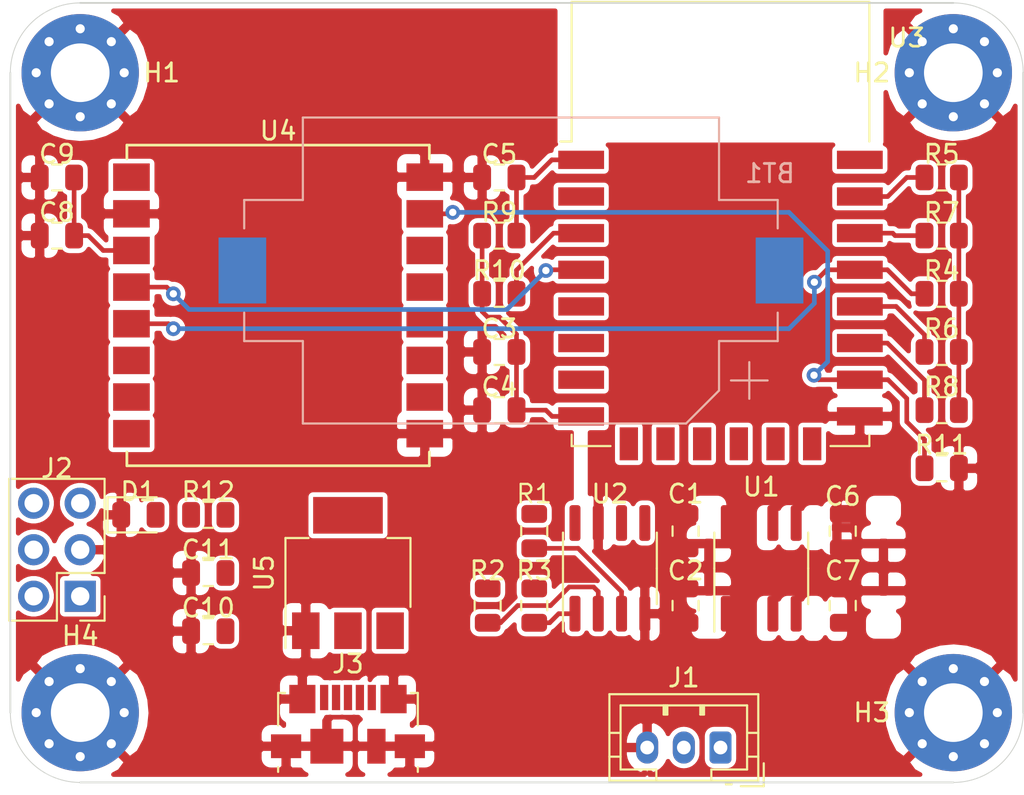
<source format=kicad_pcb>
(kicad_pcb (version 20171130) (host pcbnew 5.1.5-52549c5~86~ubuntu19.10.1)
  (layers (0 F.Cu signal) (31 B.Cu signal) (34 B.Paste user) (35 F.Paste user) (36 B.SilkS user) (37 F.SilkS user) (38 B.Mask user) (39 F.Mask user) (44 Edge.Cuts user))
  (net 0 "")
  (net 1 "Net-(D1-Pad2)")
  (net 2 SCL)
  (net 3 SDA)
  (net 4 +BATT)
  (net 5 GND)
  (net 6 ALARM)
  (net 7 +3V3)
  (net 8 "Net-(R1-Pad2)")
  (net 9 "Net-(R2-Pad2)")
  (net 10 "Net-(R3-Pad2)")
  (net 11 NSS)
  (net 12 DIO0)
  (net 13 PULSES)
  (net 14 MOSI)
  (net 15 MISO)
  (net 16 SCK)
  (net 17 RESET)
  (net 18 RST)
  (net 19 "Net-(R10-Pad2)")
  (net 20 +5V)
  (module Package_SO:SOIC-8_3.9x4.9mm_P1.27mm (layer F.Cu) (at 136.2075 110.236 90)
    (fp_text reference U1 (at 4.445 0 180) (layer F.SilkS))
    (fp_text value DS3231MZ)
    (fp_line (start 0 -2.56) (end -3.45 -2.56) (layer F.SilkS) (width 0.12))
    (fp_line (start 0 -2.56) (end 1.95 -2.56) (layer F.SilkS) (width 0.12))
    (fp_line (start 0 2.56) (end -1.95 2.56) (layer F.SilkS) (width 0.12))
    (fp_line (start 0 2.56) (end 1.95 2.56) (layer F.SilkS) (width 0.12))
    (pad 8 smd roundrect (at 2.475 -1.905 90) (size 1.95 0.6) (layers F.Cu F.Paste F.Mask) (net 2 SCL))
    (pad 7 smd roundrect (at 2.475 -0.635 90) (size 1.95 0.6) (layers F.Cu F.Paste F.Mask) (net 3 SDA))
    (pad 6 smd roundrect (at 2.475 0.635 90) (size 1.95 0.6) (layers F.Cu F.Paste F.Mask) (net 4 +BATT))
    (pad 5 smd roundrect (at 2.475 1.905 90) (size 1.95 0.6) (layers F.Cu F.Paste F.Mask) (net 5 GND))
    (pad 4 smd roundrect (at -2.475 1.905 90) (size 1.95 0.6) (layers F.Cu F.Paste F.Mask))
    (pad 3 smd roundrect (at -2.475 0.635 90) (size 1.95 0.6) (layers F.Cu F.Paste F.Mask) (net 6 ALARM))
    (pad 2 smd roundrect (at -2.475 -0.635 90) (size 1.95 0.6) (layers F.Cu F.Paste F.Mask) (net 7 +3V3))
    (pad 1 smd roundrect (at -2.475 -1.905 90) (size 1.95 0.6) (layers F.Cu F.Paste F.Mask))
  )
  (module Resistor_SMD:R_0805_2012Metric (layer F.Cu) (at 121.285 112.268 270)
    (fp_text reference R2 (at -1.905 0 180) (layer F.SilkS))
    (fp_text value 12K)
    (fp_line (start -0.258578 0.71) (end 0.258578 0.71) (layer F.SilkS) (width 0.12))
    (fp_line (start -0.258578 -0.71) (end 0.258578 -0.71) (layer F.SilkS) (width 0.12))
    (pad 2 smd roundrect (at 0.9375 0 270) (size 0.975 1.4) (layers F.Cu F.Paste F.Mask) (net 9 "Net-(R2-Pad2)"))
    (pad 1 smd roundrect (at -0.9375 0 270) (size 0.975 1.4) (layers F.Cu F.Paste F.Mask) (net 7 +3V3))
  )
  (module Package_TO_SOT_SMD:SOT-223-3_TabPin2 (layer F.Cu) (at 113.665 110.49 90)
    (fp_text reference U5 (at 0 -4.572 90) (layer F.SilkS))
    (fp_text value AMS1117-3.3)
    (fp_line (start 1.91 3.41) (end 1.91 2.15) (layer F.SilkS) (width 0.12))
    (fp_line (start 1.91 -3.41) (end 1.91 -2.15) (layer F.SilkS) (width 0.12))
    (fp_line (start -1.85 3.41) (end 1.91 3.41) (layer F.SilkS) (width 0.12))
    (fp_line (start -4.1 -3.41) (end 1.91 -3.41) (layer F.SilkS) (width 0.12))
    (pad 2 smd rect (at 3.15 0 90) (size 2 3.8) (layers F.Cu F.Paste F.Mask) (net 7 +3V3))
    (pad 2 smd rect (at -3.15 0 90) (size 2 1.5) (layers F.Cu F.Paste F.Mask) (net 7 +3V3))
    (pad 3 smd rect (at -3.15 2.3 90) (size 2 1.5) (layers F.Cu F.Paste F.Mask) (net 20 +5V))
    (pad 1 smd rect (at -3.15 -2.3 90) (size 2 1.5) (layers F.Cu F.Paste F.Mask) (net 5 GND))
  )
  (module Resistor_SMD:R_0805_2012Metric (layer F.Cu) (at 106.045 107.315)
    (fp_text reference R12 (at 0 -1.27) (layer F.SilkS))
    (fp_text value 12K)
    (fp_line (start -0.258578 -0.71) (end 0.258578 -0.71) (layer F.SilkS) (width 0.12))
    (fp_line (start -0.258578 0.71) (end 0.258578 0.71) (layer F.SilkS) (width 0.12))
    (pad 1 smd roundrect (at -0.9375 0) (size 0.975 1.4) (layers F.Cu F.Paste F.Mask) (net 1 "Net-(D1-Pad2)"))
    (pad 2 smd roundrect (at 0.9375 0) (size 0.975 1.4) (layers F.Cu F.Paste F.Mask) (net 7 +3V3))
  )
  (module Capacitor_SMD:C_0805_2012Metric (layer F.Cu) (at 106.045 113.665)
    (fp_text reference C10 (at 0 -1.27) (layer F.SilkS))
    (fp_text value 10u)
    (fp_line (start -0.258578 -0.71) (end 0.258578 -0.71) (layer F.SilkS) (width 0.12))
    (fp_line (start -0.258578 0.71) (end 0.258578 0.71) (layer F.SilkS) (width 0.12))
    (pad 1 smd roundrect (at -0.9375 0) (size 0.975 1.4) (layers F.Cu F.Paste F.Mask) (net 5 GND))
    (pad 2 smd roundrect (at 0.9375 0) (size 0.975 1.4) (layers F.Cu F.Paste F.Mask) (net 20 +5V))
  )
  (module Capacitor_SMD:C_0805_2012Metric (layer F.Cu) (at 106.045 110.49 180)
    (fp_text reference C11 (at 0 1.27) (layer F.SilkS))
    (fp_text value 10u)
    (fp_line (start -0.258578 -0.71) (end 0.258578 -0.71) (layer F.SilkS) (width 0.12))
    (fp_line (start -0.258578 0.71) (end 0.258578 0.71) (layer F.SilkS) (width 0.12))
    (pad 1 smd roundrect (at -0.9375 0 180) (size 0.975 1.4) (layers F.Cu F.Paste F.Mask) (net 7 +3V3))
    (pad 2 smd roundrect (at 0.9375 0 180) (size 0.975 1.4) (layers F.Cu F.Paste F.Mask) (net 5 GND))
  )
  (module LED_SMD:LED_0805_2012Metric (layer F.Cu) (at 102.235 107.315)
    (fp_text reference D1 (at 0 -1.27) (layer F.SilkS))
    (fp_text value LED_Small)
    (fp_line (start 1 -0.96) (end -1.685 -0.96) (layer F.SilkS) (width 0.12))
    (fp_line (start -1.685 -0.96) (end -1.685 0.96) (layer F.SilkS) (width 0.12))
    (fp_line (start -1.685 0.96) (end 1 0.96) (layer F.SilkS) (width 0.12))
    (pad 1 smd roundrect (at -0.9375 0) (size 0.975 1.4) (layers F.Cu F.Paste F.Mask) (net 5 GND))
    (pad 2 smd roundrect (at 0.9375 0) (size 0.975 1.4) (layers F.Cu F.Paste F.Mask) (net 1 "Net-(D1-Pad2)"))
  )
  (module Connector_PinHeader_2.54mm:PinHeader_2x03_P2.54mm_Vertical (layer F.Cu) (at 99.06 111.76 180)
    (fp_text reference J2 (at 1.27 6.985) (layer F.SilkS))
    (fp_text value PROG_CONNECTOR)
    (fp_line (start -1.33 -1.33) (end 0 -1.33) (layer F.SilkS) (width 0.12))
    (fp_line (start -1.33 0) (end -1.33 -1.33) (layer F.SilkS) (width 0.12))
    (fp_line (start 1.27 -1.33) (end 3.87 -1.33) (layer F.SilkS) (width 0.12))
    (fp_line (start 1.27 1.27) (end 1.27 -1.33) (layer F.SilkS) (width 0.12))
    (fp_line (start -1.33 1.27) (end 1.27 1.27) (layer F.SilkS) (width 0.12))
    (fp_line (start 3.87 -1.33) (end 3.87 6.41) (layer F.SilkS) (width 0.12))
    (fp_line (start -1.33 1.27) (end -1.33 6.41) (layer F.SilkS) (width 0.12))
    (fp_line (start -1.33 6.41) (end 3.87 6.41) (layer F.SilkS) (width 0.12))
    (pad 6 thru_hole oval (at 2.54 5.08 180) (size 1.7 1.7) (drill 1) (layers *.Cu *.Mask))
    (pad 5 thru_hole oval (at 0 5.08 180) (size 1.7 1.7) (drill 1) (layers *.Cu *.Mask))
    (pad 4 thru_hole oval (at 2.54 2.54 180) (size 1.7 1.7) (drill 1) (layers *.Cu *.Mask))
    (pad 3 thru_hole oval (at 0 2.54 180) (size 1.7 1.7) (drill 1) (layers *.Cu *.Mask) (net 5 GND))
    (pad 2 thru_hole oval (at 2.54 0 180) (size 1.7 1.7) (drill 1) (layers *.Cu *.Mask))
    (pad 1 thru_hole rect (at 0 0 180) (size 1.7 1.7) (drill 1) (layers *.Cu *.Mask) (net 7 +3V3))
  )
  (module Connector_JST:JST_PH_B3B-PH-K_1x03_P2.00mm_Vertical (layer F.Cu) (at 133.985 120.015 180)
    (fp_text reference J1 (at 2 3.81) (layer F.SilkS))
    (fp_text value PULSES_CONNECTOR)
    (fp_line (start -2.36 -2.11) (end -2.36 -0.86) (layer F.SilkS) (width 0.12))
    (fp_line (start -1.11 -2.11) (end -2.36 -2.11) (layer F.SilkS) (width 0.12))
    (fp_line (start 3 2.3) (end 3 1.8) (layer F.SilkS) (width 0.12))
    (fp_line (start 3.1 1.8) (end 3.1 2.3) (layer F.SilkS) (width 0.12))
    (fp_line (start 2.9 1.8) (end 3.1 1.8) (layer F.SilkS) (width 0.12))
    (fp_line (start 2.9 2.3) (end 2.9 1.8) (layer F.SilkS) (width 0.12))
    (fp_line (start 1 2.3) (end 1 1.8) (layer F.SilkS) (width 0.12))
    (fp_line (start 1.1 1.8) (end 1.1 2.3) (layer F.SilkS) (width 0.12))
    (fp_line (start 0.9 1.8) (end 1.1 1.8) (layer F.SilkS) (width 0.12))
    (fp_line (start 0.9 2.3) (end 0.9 1.8) (layer F.SilkS) (width 0.12))
    (fp_line (start 6.06 0.8) (end 5.45 0.8) (layer F.SilkS) (width 0.12))
    (fp_line (start 6.06 -0.5) (end 5.45 -0.5) (layer F.SilkS) (width 0.12))
    (fp_line (start -2.06 0.8) (end -1.45 0.8) (layer F.SilkS) (width 0.12))
    (fp_line (start -2.06 -0.5) (end -1.45 -0.5) (layer F.SilkS) (width 0.12))
    (fp_line (start 3.5 -1.2) (end 3.5 -1.81) (layer F.SilkS) (width 0.12))
    (fp_line (start 5.45 -1.2) (end 3.5 -1.2) (layer F.SilkS) (width 0.12))
    (fp_line (start 5.45 2.3) (end 5.45 -1.2) (layer F.SilkS) (width 0.12))
    (fp_line (start -1.45 2.3) (end 5.45 2.3) (layer F.SilkS) (width 0.12))
    (fp_line (start -1.45 -1.2) (end -1.45 2.3) (layer F.SilkS) (width 0.12))
    (fp_line (start 0.5 -1.2) (end -1.45 -1.2) (layer F.SilkS) (width 0.12))
    (fp_line (start 0.5 -1.81) (end 0.5 -1.2) (layer F.SilkS) (width 0.12))
    (fp_line (start -0.3 -1.91) (end -0.6 -1.91) (layer F.SilkS) (width 0.12))
    (fp_line (start -0.6 -2.01) (end -0.6 -1.81) (layer F.SilkS) (width 0.12))
    (fp_line (start -0.3 -2.01) (end -0.6 -2.01) (layer F.SilkS) (width 0.12))
    (fp_line (start -0.3 -1.81) (end -0.3 -2.01) (layer F.SilkS) (width 0.12))
    (fp_line (start 6.06 -1.81) (end -2.06 -1.81) (layer F.SilkS) (width 0.12))
    (fp_line (start 6.06 2.91) (end 6.06 -1.81) (layer F.SilkS) (width 0.12))
    (fp_line (start -2.06 2.91) (end 6.06 2.91) (layer F.SilkS) (width 0.12))
    (fp_line (start -2.06 -1.81) (end -2.06 2.91) (layer F.SilkS) (width 0.12))
    (pad 3 thru_hole oval (at 4 0 180) (size 1.2 1.75) (drill 0.75) (layers *.Cu *.Mask) (net 5 GND))
    (pad 2 thru_hole oval (at 2 0 180) (size 1.2 1.75) (drill 0.75) (layers *.Cu *.Mask) (net 13 PULSES))
    (pad 1 thru_hole roundrect (at 0 0 180) (size 1.2 1.75) (drill 0.75) (layers *.Cu *.Mask) (roundrect_rratio 0.208333) (net 7 +3V3))
  )
  (module RF_Module:ESP-12E (layer F.Cu) (at 133.985 91.44)
    (fp_text reference U3 (at 10.16 -10.16) (layer F.SilkS))
    (fp_text value ESP-12E)
    (fp_line (start -8.12 -12.12) (end 8.12 -12.12) (layer F.SilkS) (width 0.12))
    (fp_line (start 8.12 -12.12) (end 8.12 -4.5) (layer F.SilkS) (width 0.12))
    (fp_line (start 8.12 11.5) (end 8.12 12.12) (layer F.SilkS) (width 0.12))
    (fp_line (start 8.12 12.12) (end 6 12.12) (layer F.SilkS) (width 0.12))
    (fp_line (start -6 12.12) (end -8.12 12.12) (layer F.SilkS) (width 0.12))
    (fp_line (start -8.12 12.12) (end -8.12 11.5) (layer F.SilkS) (width 0.12))
    (fp_line (start -8.12 -4.5) (end -8.12 -12.12) (layer F.SilkS) (width 0.12))
    (fp_line (start -8.12 -4.5) (end -8.73 -4.5) (layer F.SilkS) (width 0.12))
    (pad 1 smd rect (at -7.6 -3.5) (size 2.5 1) (layers F.Cu F.Paste F.Mask) (net 18 RST))
    (pad 2 smd rect (at -7.6 -1.5) (size 2.5 1) (layers F.Cu F.Paste F.Mask))
    (pad 3 smd rect (at -7.6 0.5) (size 2.5 1) (layers F.Cu F.Paste F.Mask) (net 19 "Net-(R10-Pad2)"))
    (pad 4 smd rect (at -7.6 2.5) (size 2.5 1) (layers F.Cu F.Paste F.Mask) (net 17 RESET))
    (pad 5 smd rect (at -7.6 4.5) (size 2.5 1) (layers F.Cu F.Paste F.Mask) (net 16 SCK))
    (pad 6 smd rect (at -7.6 6.5) (size 2.5 1) (layers F.Cu F.Paste F.Mask) (net 15 MISO))
    (pad 7 smd rect (at -7.6 8.5) (size 2.5 1) (layers F.Cu F.Paste F.Mask) (net 14 MOSI))
    (pad 8 smd rect (at -7.6 10.5) (size 2.5 1) (layers F.Cu F.Paste F.Mask) (net 7 +3V3))
    (pad 9 smd rect (at -5 12) (size 1 1.8) (layers F.Cu F.Paste F.Mask))
    (pad 10 smd rect (at -3 12) (size 1 1.8) (layers F.Cu F.Paste F.Mask))
    (pad 11 smd rect (at -1 12) (size 1 1.8) (layers F.Cu F.Paste F.Mask))
    (pad 12 smd rect (at 1 12) (size 1 1.8) (layers F.Cu F.Paste F.Mask))
    (pad 13 smd rect (at 3 12) (size 1 1.8) (layers F.Cu F.Paste F.Mask))
    (pad 14 smd rect (at 5 12) (size 1 1.8) (layers F.Cu F.Paste F.Mask))
    (pad 15 smd rect (at 7.6 10.5) (size 2.5 1) (layers F.Cu F.Paste F.Mask) (net 5 GND))
    (pad 16 smd rect (at 7.6 8.5) (size 2.5 1) (layers F.Cu F.Paste F.Mask) (net 11 NSS))
    (pad 17 smd rect (at 7.6 6.5) (size 2.5 1) (layers F.Cu F.Paste F.Mask) (net 3 SDA))
    (pad 18 smd rect (at 7.6 4.5) (size 2.5 1) (layers F.Cu F.Paste F.Mask) (net 13 PULSES))
    (pad 19 smd rect (at 7.6 2.5) (size 2.5 1) (layers F.Cu F.Paste F.Mask) (net 12 DIO0))
    (pad 20 smd rect (at 7.6 0.5) (size 2.5 1) (layers F.Cu F.Paste F.Mask) (net 2 SCL))
    (pad 21 smd rect (at 7.6 -1.5) (size 2.5 1) (layers F.Cu F.Paste F.Mask) (net 6 ALARM))
    (pad 22 smd rect (at 7.6 -3.5) (size 2.5 1) (layers F.Cu F.Paste F.Mask))
  )
  (module Capacitor_SMD:C_0805_2012Metric (layer F.Cu) (at 121.92 88.9 180)
    (fp_text reference C5 (at 0 1.27) (layer F.SilkS))
    (fp_text value 47p)
    (fp_line (start -0.258578 0.71) (end 0.258578 0.71) (layer F.SilkS) (width 0.12))
    (fp_line (start -0.258578 -0.71) (end 0.258578 -0.71) (layer F.SilkS) (width 0.12))
    (pad 2 smd roundrect (at 0.9375 0 180) (size 0.975 1.4) (layers F.Cu F.Paste F.Mask) (net 5 GND))
    (pad 1 smd roundrect (at -0.9375 0 180) (size 0.975 1.4) (layers F.Cu F.Paste F.Mask) (net 18 RST))
  )
  (module RF_Module:Ai-Thinker-Ra-01-LoRa (layer F.Cu) (at 109.855 95.885)
    (fp_text reference U4 (at 0 -9.525) (layer F.SilkS))
    (fp_text value Ai-Thinker-Ra-01)
    (fp_line (start -8.25 8) (end -8.25 8.75) (layer F.SilkS) (width 0.15))
    (fp_line (start -8.25 8.75) (end 8.25 8.75) (layer F.SilkS) (width 0.15))
    (fp_line (start 8.25 8.75) (end 8.25 8) (layer F.SilkS) (width 0.15))
    (fp_line (start -8.25 -8) (end -8.25 -8.75) (layer F.SilkS) (width 0.15))
    (fp_line (start -8.25 -8.75) (end 8.25 -8.75) (layer F.SilkS) (width 0.15))
    (fp_line (start 8.25 -8.75) (end 8.25 -8) (layer F.SilkS) (width 0.15))
    (pad 1 smd rect (at -8 -7) (size 2 1.5) (layers F.Cu F.Paste F.Mask))
    (pad 2 smd rect (at -8 -5) (size 2 1.5) (layers F.Cu F.Paste F.Mask) (net 5 GND))
    (pad 3 smd rect (at -8 -3) (size 2 1.5) (layers F.Cu F.Paste F.Mask) (net 7 +3V3))
    (pad 4 smd rect (at -8 -1) (size 2 1.5) (layers F.Cu F.Paste F.Mask) (net 17 RESET))
    (pad 5 smd rect (at -8 1) (size 2 1.5) (layers F.Cu F.Paste F.Mask) (net 12 DIO0))
    (pad 6 smd rect (at -8 3) (size 2 1.5) (layers F.Cu F.Paste F.Mask))
    (pad 7 smd rect (at -8 5) (size 2 1.5) (layers F.Cu F.Paste F.Mask))
    (pad 8 smd rect (at -8 7) (size 2 1.5) (layers F.Cu F.Paste F.Mask))
    (pad 9 smd rect (at 8 7) (size 2 1.5) (layers F.Cu F.Paste F.Mask) (net 5 GND))
    (pad 10 smd rect (at 8 5) (size 2 1.5) (layers F.Cu F.Paste F.Mask))
    (pad 11 smd rect (at 8 3) (size 2 1.5) (layers F.Cu F.Paste F.Mask))
    (pad 12 smd rect (at 8 1) (size 2 1.5) (layers F.Cu F.Paste F.Mask) (net 16 SCK))
    (pad 13 smd rect (at 8 -1) (size 2 1.5) (layers F.Cu F.Paste F.Mask) (net 15 MISO))
    (pad 14 smd rect (at 8 -3) (size 2 1.5) (layers F.Cu F.Paste F.Mask) (net 14 MOSI))
    (pad 15 smd rect (at 8 -5) (size 2 1.5) (layers F.Cu F.Paste F.Mask) (net 11 NSS))
    (pad 16 smd rect (at 8 -7) (size 2 1.5) (layers F.Cu F.Paste F.Mask) (net 5 GND))
  )
  (module Package_SO:SOIC-8_3.9x4.9mm_P1.27mm (layer F.Cu) (at 127.9525 110.236 90)
    (fp_text reference U2 (at 4.064 0 180) (layer F.SilkS))
    (fp_text value AT24CS32-SSHM)
    (fp_line (start 0 -2.56) (end -3.45 -2.56) (layer F.SilkS) (width 0.12))
    (fp_line (start 0 -2.56) (end 1.95 -2.56) (layer F.SilkS) (width 0.12))
    (fp_line (start 0 2.56) (end -1.95 2.56) (layer F.SilkS) (width 0.12))
    (fp_line (start 0 2.56) (end 1.95 2.56) (layer F.SilkS) (width 0.12))
    (pad 8 smd roundrect (at 2.475 -1.905 90) (size 1.95 0.6) (layers F.Cu F.Paste F.Mask) (net 7 +3V3))
    (pad 7 smd roundrect (at 2.475 -0.635 90) (size 1.95 0.6) (layers F.Cu F.Paste F.Mask) (net 5 GND))
    (pad 6 smd roundrect (at 2.475 0.635 90) (size 1.95 0.6) (layers F.Cu F.Paste F.Mask) (net 2 SCL))
    (pad 5 smd roundrect (at 2.475 1.905 90) (size 1.95 0.6) (layers F.Cu F.Paste F.Mask) (net 3 SDA))
    (pad 4 smd roundrect (at -2.475 1.905 90) (size 1.95 0.6) (layers F.Cu F.Paste F.Mask) (net 5 GND))
    (pad 3 smd roundrect (at -2.475 0.635 90) (size 1.95 0.6) (layers F.Cu F.Paste F.Mask) (net 8 "Net-(R1-Pad2)"))
    (pad 2 smd roundrect (at -2.475 -0.635 90) (size 1.95 0.6) (layers F.Cu F.Paste F.Mask) (net 9 "Net-(R2-Pad2)"))
    (pad 1 smd roundrect (at -2.475 -1.905 90) (size 1.95 0.6) (layers F.Cu F.Paste F.Mask) (net 10 "Net-(R3-Pad2)"))
  )
  (module Resistor_SMD:R_0805_2012Metric (layer F.Cu) (at 146.05 104.775 180)
    (fp_text reference R11 (at 0 1.27) (layer F.SilkS))
    (fp_text value 12K)
    (fp_line (start -0.258578 0.71) (end 0.258578 0.71) (layer F.SilkS) (width 0.12))
    (fp_line (start -0.258578 -0.71) (end 0.258578 -0.71) (layer F.SilkS) (width 0.12))
    (pad 2 smd roundrect (at 0.9375 0 180) (size 0.975 1.4) (layers F.Cu F.Paste F.Mask) (net 11 NSS))
    (pad 1 smd roundrect (at -0.9375 0 180) (size 0.975 1.4) (layers F.Cu F.Paste F.Mask) (net 5 GND))
  )
  (module Resistor_SMD:R_0805_2012Metric (layer F.Cu) (at 121.92 95.25)
    (fp_text reference R10 (at 0 -1.27) (layer F.SilkS))
    (fp_text value 12K)
    (fp_line (start -0.258578 0.71) (end 0.258578 0.71) (layer F.SilkS) (width 0.12))
    (fp_line (start -0.258578 -0.71) (end 0.258578 -0.71) (layer F.SilkS) (width 0.12))
    (pad 2 smd roundrect (at 0.9375 0) (size 0.975 1.4) (layers F.Cu F.Paste F.Mask) (net 19 "Net-(R10-Pad2)"))
    (pad 1 smd roundrect (at -0.9375 0) (size 0.975 1.4) (layers F.Cu F.Paste F.Mask) (net 7 +3V3))
  )
  (module Resistor_SMD:R_0805_2012Metric (layer F.Cu) (at 121.92 92.075)
    (fp_text reference R9 (at 0 -1.27) (layer F.SilkS))
    (fp_text value 12K)
    (fp_line (start -0.258578 -0.71) (end 0.258578 -0.71) (layer F.SilkS) (width 0.12))
    (fp_line (start -0.258578 0.71) (end 0.258578 0.71) (layer F.SilkS) (width 0.12))
    (pad 1 smd roundrect (at -0.9375 0) (size 0.975 1.4) (layers F.Cu F.Paste F.Mask) (net 7 +3V3))
    (pad 2 smd roundrect (at 0.9375 0) (size 0.975 1.4) (layers F.Cu F.Paste F.Mask) (net 18 RST))
  )
  (module Resistor_SMD:R_0805_2012Metric (layer F.Cu) (at 146.05 101.6 180)
    (fp_text reference R8 (at 0 1.27) (layer F.SilkS))
    (fp_text value 12K)
    (fp_line (start -0.258578 -0.71) (end 0.258578 -0.71) (layer F.SilkS) (width 0.12))
    (fp_line (start -0.258578 0.71) (end 0.258578 0.71) (layer F.SilkS) (width 0.12))
    (pad 1 smd roundrect (at -0.9375 0 180) (size 0.975 1.4) (layers F.Cu F.Paste F.Mask) (net 7 +3V3))
    (pad 2 smd roundrect (at 0.9375 0 180) (size 0.975 1.4) (layers F.Cu F.Paste F.Mask) (net 3 SDA))
  )
  (module Resistor_SMD:R_0805_2012Metric (layer F.Cu) (at 146.05 92.075 180)
    (fp_text reference R7 (at 0 1.27) (layer F.SilkS))
    (fp_text value 12K)
    (fp_line (start -0.258578 -0.71) (end 0.258578 -0.71) (layer F.SilkS) (width 0.12))
    (fp_line (start -0.258578 0.71) (end 0.258578 0.71) (layer F.SilkS) (width 0.12))
    (pad 1 smd roundrect (at -0.9375 0 180) (size 0.975 1.4) (layers F.Cu F.Paste F.Mask) (net 7 +3V3))
    (pad 2 smd roundrect (at 0.9375 0 180) (size 0.975 1.4) (layers F.Cu F.Paste F.Mask) (net 2 SCL))
  )
  (module Resistor_SMD:R_0805_2012Metric (layer F.Cu) (at 146.05 98.425 180)
    (fp_text reference R6 (at 0 1.27) (layer F.SilkS))
    (fp_text value 12K)
    (fp_line (start -0.258578 0.71) (end 0.258578 0.71) (layer F.SilkS) (width 0.12))
    (fp_line (start -0.258578 -0.71) (end 0.258578 -0.71) (layer F.SilkS) (width 0.12))
    (pad 2 smd roundrect (at 0.9375 0 180) (size 0.975 1.4) (layers F.Cu F.Paste F.Mask) (net 13 PULSES))
    (pad 1 smd roundrect (at -0.9375 0 180) (size 0.975 1.4) (layers F.Cu F.Paste F.Mask) (net 7 +3V3))
  )
  (module Resistor_SMD:R_0805_2012Metric (layer F.Cu) (at 146.05 88.9 180)
    (fp_text reference R5 (at 0 1.27) (layer F.SilkS))
    (fp_text value 12K)
    (fp_line (start -0.258578 -0.71) (end 0.258578 -0.71) (layer F.SilkS) (width 0.12))
    (fp_line (start -0.258578 0.71) (end 0.258578 0.71) (layer F.SilkS) (width 0.12))
    (pad 1 smd roundrect (at -0.9375 0 180) (size 0.975 1.4) (layers F.Cu F.Paste F.Mask) (net 7 +3V3))
    (pad 2 smd roundrect (at 0.9375 0 180) (size 0.975 1.4) (layers F.Cu F.Paste F.Mask) (net 6 ALARM))
  )
  (module Resistor_SMD:R_0805_2012Metric (layer F.Cu) (at 146.05 95.25 180)
    (fp_text reference R4 (at 0 1.27) (layer F.SilkS))
    (fp_text value 12K)
    (fp_line (start -0.258578 -0.71) (end 0.258578 -0.71) (layer F.SilkS) (width 0.12))
    (fp_line (start -0.258578 0.71) (end 0.258578 0.71) (layer F.SilkS) (width 0.12))
    (pad 1 smd roundrect (at -0.9375 0 180) (size 0.975 1.4) (layers F.Cu F.Paste F.Mask) (net 7 +3V3))
    (pad 2 smd roundrect (at 0.9375 0 180) (size 0.975 1.4) (layers F.Cu F.Paste F.Mask) (net 12 DIO0))
  )
  (module Resistor_SMD:R_0805_2012Metric (layer F.Cu) (at 123.825 112.268 270)
    (fp_text reference R3 (at -1.905 0 180) (layer F.SilkS))
    (fp_text value 12K)
    (fp_line (start -0.258578 0.71) (end 0.258578 0.71) (layer F.SilkS) (width 0.12))
    (fp_line (start -0.258578 -0.71) (end 0.258578 -0.71) (layer F.SilkS) (width 0.12))
    (pad 2 smd roundrect (at 0.9375 0 270) (size 0.975 1.4) (layers F.Cu F.Paste F.Mask) (net 10 "Net-(R3-Pad2)"))
    (pad 1 smd roundrect (at -0.9375 0 270) (size 0.975 1.4) (layers F.Cu F.Paste F.Mask) (net 7 +3V3))
  )
  (module Resistor_SMD:R_0805_2012Metric (layer F.Cu) (at 123.825 108.204 270)
    (fp_text reference R1 (at -2.032 0 180) (layer F.SilkS) (effects (font (thickness 0.127))))
    (fp_text value 12K)
    (fp_line (start -0.258578 0.71) (end 0.258578 0.71) (layer F.SilkS) (width 0.12))
    (fp_line (start -0.258578 -0.71) (end 0.258578 -0.71) (layer F.SilkS) (width 0.12))
    (pad 2 smd roundrect (at 0.9375 0 270) (size 0.975 1.4) (layers F.Cu F.Paste F.Mask) (net 8 "Net-(R1-Pad2)"))
    (pad 1 smd roundrect (at -0.9375 0 270) (size 0.975 1.4) (layers F.Cu F.Paste F.Mask) (net 7 +3V3))
  )
  (module Connector_USB:USB_Micro-B_Molex_47346-0001 (layer F.Cu) (at 113.665 118.745)
    (fp_text reference J3 (at 0 -3.3 180) (layer F.SilkS))
    (fp_text value POWER_CONNECTOR)
    (fp_line (start 3.81 -1.71) (end 3.43 -1.71) (layer F.SilkS) (width 0.12))
    (fp_line (start 3.81 2.34) (end 3.81 2.6) (layer F.SilkS) (width 0.12))
    (fp_line (start 3.81 -1.71) (end 3.81 0.06) (layer F.SilkS) (width 0.12))
    (fp_line (start -3.81 -1.71) (end -3.43 -1.71) (layer F.SilkS) (width 0.12))
    (fp_line (start -3.81 0.06) (end -3.81 -1.71) (layer F.SilkS) (width 0.12))
    (fp_line (start -3.81 2.6) (end -3.81 2.34) (layer F.SilkS) (width 0.12))
    (pad 1 smd rect (at -1.3 -1.46) (size 0.45 1.38) (layers F.Cu F.Paste F.Mask) (net 20 +5V))
    (pad 2 smd rect (at -0.65 -1.46) (size 0.45 1.38) (layers F.Cu F.Paste F.Mask))
    (pad 3 smd rect (at 0 -1.46) (size 0.45 1.38) (layers F.Cu F.Paste F.Mask))
    (pad 4 smd rect (at 0.65 -1.46) (size 0.45 1.38) (layers F.Cu F.Paste F.Mask))
    (pad 5 smd rect (at 1.3 -1.46) (size 0.45 1.38) (layers F.Cu F.Paste F.Mask) (net 5 GND))
    (pad 6 smd rect (at -2.4875 -1.375) (size 1.425 1.55) (layers F.Cu F.Paste F.Mask) (net 5 GND))
    (pad 6 smd rect (at 2.4875 -1.375) (size 1.425 1.55) (layers F.Cu F.Paste F.Mask) (net 5 GND))
    (pad 6 smd rect (at -3.375 1.2) (size 1.65 1.3) (layers F.Cu F.Paste F.Mask) (net 5 GND))
    (pad 6 smd rect (at 3.375 1.2) (size 1.65 1.3) (layers F.Cu F.Paste F.Mask) (net 5 GND))
    (pad 6 smd rect (at -1.15 1.2) (size 1.8 1.9) (layers F.Cu F.Paste F.Mask) (net 5 GND))
    (pad 6 smd rect (at 1.55 1.2) (size 1 1.9) (layers F.Cu F.Paste F.Mask) (net 5 GND))
  )
  (module MountingHole:MountingHole_3.2mm_M3_Pad_Via (layer F.Cu) (at 99.06 118.11)
    (fp_text reference H4 (at 0 -4.2) (layer F.SilkS))
    (fp_text value MountingHole_Pad)
    (pad 1 thru_hole circle (at 1.697056 -1.697056) (size 0.8 0.8) (drill 0.5) (layers *.Cu *.Mask) (net 5 GND))
    (pad 1 thru_hole circle (at 0 -2.4) (size 0.8 0.8) (drill 0.5) (layers *.Cu *.Mask) (net 5 GND))
    (pad 1 thru_hole circle (at -1.697056 -1.697056) (size 0.8 0.8) (drill 0.5) (layers *.Cu *.Mask) (net 5 GND))
    (pad 1 thru_hole circle (at -2.4 0) (size 0.8 0.8) (drill 0.5) (layers *.Cu *.Mask) (net 5 GND))
    (pad 1 thru_hole circle (at -1.697056 1.697056) (size 0.8 0.8) (drill 0.5) (layers *.Cu *.Mask) (net 5 GND))
    (pad 1 thru_hole circle (at 0 2.4) (size 0.8 0.8) (drill 0.5) (layers *.Cu *.Mask) (net 5 GND))
    (pad 1 thru_hole circle (at 1.697056 1.697056) (size 0.8 0.8) (drill 0.5) (layers *.Cu *.Mask) (net 5 GND))
    (pad 1 thru_hole circle (at 2.4 0) (size 0.8 0.8) (drill 0.5) (layers *.Cu *.Mask) (net 5 GND))
    (pad 1 thru_hole circle (at 0 0) (size 6.4 6.4) (drill 3.2) (layers *.Cu *.Mask) (net 5 GND))
  )
  (module MountingHole:MountingHole_3.2mm_M3_Pad_Via (layer F.Cu) (at 146.685 118.11)
    (fp_text reference H3 (at -4.445 0) (layer F.SilkS))
    (fp_text value MountingHole_Pad)
    (pad 1 thru_hole circle (at 1.697056 -1.697056) (size 0.8 0.8) (drill 0.5) (layers *.Cu *.Mask) (net 5 GND))
    (pad 1 thru_hole circle (at 0 -2.4) (size 0.8 0.8) (drill 0.5) (layers *.Cu *.Mask) (net 5 GND))
    (pad 1 thru_hole circle (at -1.697056 -1.697056) (size 0.8 0.8) (drill 0.5) (layers *.Cu *.Mask) (net 5 GND))
    (pad 1 thru_hole circle (at -2.4 0) (size 0.8 0.8) (drill 0.5) (layers *.Cu *.Mask) (net 5 GND))
    (pad 1 thru_hole circle (at -1.697056 1.697056) (size 0.8 0.8) (drill 0.5) (layers *.Cu *.Mask) (net 5 GND))
    (pad 1 thru_hole circle (at 0 2.4) (size 0.8 0.8) (drill 0.5) (layers *.Cu *.Mask) (net 5 GND))
    (pad 1 thru_hole circle (at 1.697056 1.697056) (size 0.8 0.8) (drill 0.5) (layers *.Cu *.Mask) (net 5 GND))
    (pad 1 thru_hole circle (at 2.4 0) (size 0.8 0.8) (drill 0.5) (layers *.Cu *.Mask) (net 5 GND))
    (pad 1 thru_hole circle (at 0 0) (size 6.4 6.4) (drill 3.2) (layers *.Cu *.Mask) (net 5 GND))
  )
  (module MountingHole:MountingHole_3.2mm_M3_Pad_Via (layer F.Cu) (at 146.685 83.185)
    (fp_text reference H2 (at -4.445 0) (layer F.SilkS))
    (fp_text value MountingHole_Pad)
    (pad 1 thru_hole circle (at 1.697056 -1.697056) (size 0.8 0.8) (drill 0.5) (layers *.Cu *.Mask) (net 5 GND))
    (pad 1 thru_hole circle (at 0 -2.4) (size 0.8 0.8) (drill 0.5) (layers *.Cu *.Mask) (net 5 GND))
    (pad 1 thru_hole circle (at -1.697056 -1.697056) (size 0.8 0.8) (drill 0.5) (layers *.Cu *.Mask) (net 5 GND))
    (pad 1 thru_hole circle (at -2.4 0) (size 0.8 0.8) (drill 0.5) (layers *.Cu *.Mask) (net 5 GND))
    (pad 1 thru_hole circle (at -1.697056 1.697056) (size 0.8 0.8) (drill 0.5) (layers *.Cu *.Mask) (net 5 GND))
    (pad 1 thru_hole circle (at 0 2.4) (size 0.8 0.8) (drill 0.5) (layers *.Cu *.Mask) (net 5 GND))
    (pad 1 thru_hole circle (at 1.697056 1.697056) (size 0.8 0.8) (drill 0.5) (layers *.Cu *.Mask) (net 5 GND))
    (pad 1 thru_hole circle (at 2.4 0) (size 0.8 0.8) (drill 0.5) (layers *.Cu *.Mask) (net 5 GND))
    (pad 1 thru_hole circle (at 0 0) (size 6.4 6.4) (drill 3.2) (layers *.Cu *.Mask) (net 5 GND))
  )
  (module MountingHole:MountingHole_3.2mm_M3_Pad_Via (layer F.Cu) (at 99.06 83.185)
    (fp_text reference H1 (at 4.445 0) (layer F.SilkS))
    (fp_text value MountingHole_Pad)
    (pad 1 thru_hole circle (at 1.697056 -1.697056) (size 0.8 0.8) (drill 0.5) (layers *.Cu *.Mask) (net 5 GND))
    (pad 1 thru_hole circle (at 0 -2.4) (size 0.8 0.8) (drill 0.5) (layers *.Cu *.Mask) (net 5 GND))
    (pad 1 thru_hole circle (at -1.697056 -1.697056) (size 0.8 0.8) (drill 0.5) (layers *.Cu *.Mask) (net 5 GND))
    (pad 1 thru_hole circle (at -2.4 0) (size 0.8 0.8) (drill 0.5) (layers *.Cu *.Mask) (net 5 GND))
    (pad 1 thru_hole circle (at -1.697056 1.697056) (size 0.8 0.8) (drill 0.5) (layers *.Cu *.Mask) (net 5 GND))
    (pad 1 thru_hole circle (at 0 2.4) (size 0.8 0.8) (drill 0.5) (layers *.Cu *.Mask) (net 5 GND))
    (pad 1 thru_hole circle (at 1.697056 1.697056) (size 0.8 0.8) (drill 0.5) (layers *.Cu *.Mask) (net 5 GND))
    (pad 1 thru_hole circle (at 2.4 0) (size 0.8 0.8) (drill 0.5) (layers *.Cu *.Mask) (net 5 GND))
    (pad 1 thru_hole circle (at 0 0) (size 6.4 6.4) (drill 3.2) (layers *.Cu *.Mask) (net 5 GND))
  )
  (module Resistor_SMD:R_0805_2012Metric (layer F.Cu) (at 97.79 88.9 180)
    (fp_text reference C9 (at 0 1.27) (layer F.SilkS))
    (fp_text value 100n)
    (fp_line (start -0.258578 -0.71) (end 0.258578 -0.71) (layer F.SilkS) (width 0.12))
    (fp_line (start -0.258578 0.71) (end 0.258578 0.71) (layer F.SilkS) (width 0.12))
    (pad 1 smd roundrect (at -0.9375 0 180) (size 0.975 1.4) (layers F.Cu F.Paste F.Mask) (net 7 +3V3))
    (pad 2 smd roundrect (at 0.9375 0 180) (size 0.975 1.4) (layers F.Cu F.Paste F.Mask) (net 5 GND))
  )
  (module Capacitor_SMD:C_0805_2012Metric (layer F.Cu) (at 97.79 92.075 180)
    (fp_text reference C8 (at 0 1.27) (layer F.SilkS))
    (fp_text value 10u)
    (fp_line (start -0.258578 -0.71) (end 0.258578 -0.71) (layer F.SilkS) (width 0.12))
    (fp_line (start -0.258578 0.71) (end 0.258578 0.71) (layer F.SilkS) (width 0.12))
    (pad 1 smd roundrect (at -0.9375 0 180) (size 0.975 1.4) (layers F.Cu F.Paste F.Mask) (net 7 +3V3))
    (pad 2 smd roundrect (at 0.9375 0 180) (size 0.975 1.4) (layers F.Cu F.Paste F.Mask) (net 5 GND))
  )
  (module Resistor_SMD:R_0805_2012Metric (layer F.Cu) (at 140.6525 112.268 90)
    (fp_text reference C7 (at 1.905 0 180) (layer F.SilkS))
    (fp_text value 100n)
    (fp_line (start -0.258578 0.71) (end 0.258578 0.71) (layer F.SilkS) (width 0.12))
    (fp_line (start -0.258578 -0.71) (end 0.258578 -0.71) (layer F.SilkS) (width 0.12))
    (pad 2 smd roundrect (at 0.9375 0 90) (size 0.975 1.4) (layers F.Cu F.Paste F.Mask) (net 5 GND))
    (pad 1 smd roundrect (at -0.9375 0 90) (size 0.975 1.4) (layers F.Cu F.Paste F.Mask) (net 7 +3V3))
  )
  (module Capacitor_SMD:C_0805_2012Metric (layer F.Cu) (at 140.6525 108.204 270)
    (fp_text reference C6 (at -1.905 0 180) (layer F.SilkS))
    (fp_text value 10u)
    (fp_line (start -0.258578 0.71) (end 0.258578 0.71) (layer F.SilkS) (width 0.12))
    (fp_line (start -0.258578 -0.71) (end 0.258578 -0.71) (layer F.SilkS) (width 0.12))
    (pad 2 smd roundrect (at 0.9375 0 270) (size 0.975 1.4) (layers F.Cu F.Paste F.Mask) (net 5 GND))
    (pad 1 smd roundrect (at -0.9375 0 270) (size 0.975 1.4) (layers F.Cu F.Paste F.Mask) (net 7 +3V3))
  )
  (module Resistor_SMD:R_0805_2012Metric (layer F.Cu) (at 121.92 101.6 180)
    (fp_text reference C4 (at 0 1.27) (layer F.SilkS))
    (fp_text value 100n)
    (fp_line (start -0.258578 0.71) (end 0.258578 0.71) (layer F.SilkS) (width 0.12))
    (fp_line (start -0.258578 -0.71) (end 0.258578 -0.71) (layer F.SilkS) (width 0.12))
    (pad 2 smd roundrect (at 0.9375 0 180) (size 0.975 1.4) (layers F.Cu F.Paste F.Mask) (net 5 GND))
    (pad 1 smd roundrect (at -0.9375 0 180) (size 0.975 1.4) (layers F.Cu F.Paste F.Mask) (net 7 +3V3))
  )
  (module Capacitor_SMD:C_0805_2012Metric (layer F.Cu) (at 121.92 98.425 180)
    (fp_text reference C3 (at 0 1.27) (layer F.SilkS))
    (fp_text value 10u)
    (fp_line (start -0.258578 0.71) (end 0.258578 0.71) (layer F.SilkS) (width 0.12))
    (fp_line (start -0.258578 -0.71) (end 0.258578 -0.71) (layer F.SilkS) (width 0.12))
    (pad 2 smd roundrect (at 0.9375 0 180) (size 0.975 1.4) (layers F.Cu F.Paste F.Mask) (net 5 GND))
    (pad 1 smd roundrect (at -0.9375 0 180) (size 0.975 1.4) (layers F.Cu F.Paste F.Mask) (net 7 +3V3))
  )
  (module Capacitor_SMD:C_0805_2012Metric (layer F.Cu) (at 132.08 112.268 270)
    (fp_text reference C2 (at -1.905 0 180) (layer F.SilkS))
    (fp_text value 100n)
    (fp_line (start -0.258578 -0.71) (end 0.258578 -0.71) (layer F.SilkS) (width 0.12))
    (fp_line (start -0.258578 0.71) (end 0.258578 0.71) (layer F.SilkS) (width 0.12))
    (pad 1 smd roundrect (at -0.9375 0 270) (size 0.975 1.4) (layers F.Cu F.Paste F.Mask) (net 7 +3V3))
    (pad 2 smd roundrect (at 0.9375 0 270) (size 0.975 1.4) (layers F.Cu F.Paste F.Mask) (net 5 GND))
  )
  (module Capacitor_SMD:C_0805_2012Metric (layer F.Cu) (at 132.08 108.204 90)
    (fp_text reference C1 (at 2.032 0 180) (layer F.SilkS))
    (fp_text value 10u)
    (fp_line (start -0.258578 -0.71) (end 0.258578 -0.71) (layer F.SilkS) (width 0.12))
    (fp_line (start -0.258578 0.71) (end 0.258578 0.71) (layer F.SilkS) (width 0.12))
    (pad 1 smd roundrect (at -0.9375 0 90) (size 0.975 1.4) (layers F.Cu F.Paste F.Mask) (net 7 +3V3))
    (pad 2 smd roundrect (at 0.9375 0 90) (size 0.975 1.4) (layers F.Cu F.Paste F.Mask) (net 5 GND))
  )
  (module Battery:BatteryHolder_Keystone_1060_1x2032 (layer B.Cu) (at 122.555 93.98 180)
    (fp_text reference BT1 (at -14.125 5.3 180) (layer B.SilkS) (effects (justify mirror)))
    (fp_text value Battery_Cell)
    (fp_line (start -12 -6) (end -14 -6) (layer B.SilkS) (width 0.12))
    (fp_line (start -13 -5) (end -13 -7) (layer B.SilkS) (width 0.12))
    (fp_line (start 11.35 8.35) (end 11.35 3.85) (layer B.SilkS) (width 0.12))
    (fp_line (start -11.35 8.35) (end -11.35 3.85) (layer B.SilkS) (width 0.12))
    (fp_line (start -11.35 8.35) (end 11.35 8.35) (layer B.SilkS) (width 0.12))
    (fp_line (start 14.55 3.85) (end 14.55 2.3) (layer B.SilkS) (width 0.12))
    (fp_line (start 11.35 3.85) (end 14.55 3.85) (layer B.SilkS) (width 0.12))
    (fp_line (start -14.55 3.85) (end -14.55 2.3) (layer B.SilkS) (width 0.12))
    (fp_line (start -11.35 3.85) (end -14.55 3.85) (layer B.SilkS) (width 0.12))
    (fp_line (start -14.55 -3.85) (end -14.55 -2.3) (layer B.SilkS) (width 0.12))
    (fp_line (start -11.35 -3.85) (end -14.55 -3.85) (layer B.SilkS) (width 0.12))
    (fp_line (start -9.55 -8.35) (end -11.35 -6.55) (layer B.SilkS) (width 0.12))
    (fp_line (start -11.35 -6.55) (end -11.35 -3.85) (layer B.SilkS) (width 0.12))
    (fp_line (start 11.35 -8.35) (end -9.55 -8.35) (layer B.SilkS) (width 0.12))
    (fp_line (start 11.35 -8.35) (end 11.35 -3.85) (layer B.SilkS) (width 0.12))
    (fp_line (start 14.55 -3.85) (end 14.55 -2.3) (layer B.SilkS) (width 0.12))
    (fp_line (start 11.35 -3.85) (end 14.55 -3.85) (layer B.SilkS) (width 0.12))
    (pad 1 smd rect (at -14.65 0) (size 2.6 3.6) (layers B.Cu B.Paste B.Mask) (net 4 +BATT))
    (pad 2 smd rect (at 14.65 0) (size 2.6 3.6) (layers B.Cu B.Paste B.Mask) (net 5 GND))
  )
  (gr_arc (start 99.06 83.185) (end 99.06 79.375) (angle -90) (layer Edge.Cuts) (width 0.05))
  (gr_arc (start 99.06 118.11) (end 95.25 118.11) (angle -90) (layer Edge.Cuts) (width 0.05))
  (gr_arc (start 146.685 118.11) (end 146.685 121.92) (angle -90) (layer Edge.Cuts) (width 0.05))
  (gr_arc (start 146.685 83.185) (end 150.495 83.185) (angle -90) (layer Edge.Cuts) (width 0.05))
  (gr_line (start 150.495 83.185) (end 150.495 118.11) (layer Edge.Cuts) (width 0.1))
  (gr_line (start 146.685 79.375) (end 99.06 79.375) (layer Edge.Cuts) (width 0.1))
  (gr_line (start 95.25 83.185) (end 95.25 118.11) (layer Edge.Cuts) (width 0.1))
  (gr_line (start 146.685 121.92) (end 99.06 121.92) (layer Edge.Cuts) (width 0.1))
  (segment (start 141.585 91.94) (end 143.375 91.94) (width 0.254) (layer F.Cu) (net 2))
  (segment (start 143.51 92.075) (end 145.1125 92.075) (width 0.254) (layer F.Cu) (net 2))
  (segment (start 143.375 91.94) (end 143.51 92.075) (width 0.254) (layer F.Cu) (net 2))
  (segment (start 145.1125 100.9) (end 145.1125 101.6) (width 0.254) (layer F.Cu) (net 3))
  (segment (start 145.1125 99.9635) (end 145.1125 100.9) (width 0.254) (layer F.Cu) (net 3))
  (segment (start 143.089 97.94) (end 145.1125 99.9635) (width 0.254) (layer F.Cu) (net 3))
  (segment (start 141.585 97.94) (end 143.089 97.94) (width 0.254) (layer F.Cu) (net 3))
  (segment (start 143.51 89.535) (end 144.145 88.9) (width 0.254) (layer F.Cu) (net 6))
  (segment (start 144.145 88.9) (end 145.1125 88.9) (width 0.254) (layer F.Cu) (net 6))
  (segment (start 141.585 89.94) (end 143.105 89.94) (width 0.254) (layer F.Cu) (net 6))
  (segment (start 143.105 89.94) (end 143.51 89.535) (width 0.254) (layer F.Cu) (net 6))
  (segment (start 126.385 101.94) (end 124.8 101.94) (width 0.254) (layer F.Cu) (net 7))
  (segment (start 124.46 101.6) (end 122.8575 101.6) (width 0.254) (layer F.Cu) (net 7))
  (segment (start 124.8 101.94) (end 124.46 101.6) (width 0.254) (layer F.Cu) (net 7))
  (segment (start 122.8575 98.425) (end 122.8575 101.6) (width 0.254) (layer F.Cu) (net 7))
  (segment (start 120.9825 95.25) (end 120.9825 92.075) (width 0.254) (layer F.Cu) (net 7))
  (segment (start 122.8575 98.425) (end 122.8575 97.4575) (width 0.254) (layer F.Cu) (net 7))
  (segment (start 120.9825 95.25) (end 120.9825 96.2175) (width 0.254) (layer F.Cu) (net 7))
  (segment (start 120.9825 96.2175) (end 121.285 96.52) (width 0.254) (layer F.Cu) (net 7))
  (segment (start 121.92 96.52) (end 122.8575 97.4575) (width 0.254) (layer F.Cu) (net 7))
  (segment (start 121.285 96.52) (end 121.92 96.52) (width 0.254) (layer F.Cu) (net 7))
  (segment (start 146.9875 88.9) (end 146.9875 92.075) (width 0.254) (layer F.Cu) (net 7))
  (segment (start 146.9875 95.25) (end 146.9875 92.075) (width 0.254) (layer F.Cu) (net 7))
  (segment (start 146.9875 98.425) (end 146.9875 101.6) (width 0.254) (layer F.Cu) (net 7))
  (segment (start 146.9875 95.25) (end 146.9875 98.425) (width 0.254) (layer F.Cu) (net 7))
  (segment (start 98.7275 88.9) (end 98.7275 92.075) (width 0.254) (layer F.Cu) (net 7))
  (segment (start 99.506 92.075) (end 98.7275 92.075) (width 0.254) (layer F.Cu) (net 7))
  (segment (start 100.316 92.885) (end 101.855 92.885) (width 0.254) (layer F.Cu) (net 7))
  (segment (start 99.506 92.075) (end 100.316 92.885) (width 0.254) (layer F.Cu) (net 7))
  (segment (start 132.08 111.3305) (end 132.08 109.1415) (width 0.254) (layer F.Cu) (net 7))
  (segment (start 123.825 109.1415) (end 126.223 109.1415) (width 0.254) (layer F.Cu) (net 8))
  (segment (start 128.5875 111.506) (end 128.5875 112.711) (width 0.254) (layer F.Cu) (net 8))
  (segment (start 126.223 109.1415) (end 128.5875 111.506) (width 0.254) (layer F.Cu) (net 8))
  (segment (start 127.0635 111.252) (end 127.3175 111.506) (width 0.254) (layer F.Cu) (net 9))
  (segment (start 121.985 113.2055) (end 122.9225 112.268) (width 0.254) (layer F.Cu) (net 9))
  (segment (start 121.285 113.2055) (end 121.985 113.2055) (width 0.254) (layer F.Cu) (net 9))
  (segment (start 124.714 112.268) (end 125.73 111.252) (width 0.254) (layer F.Cu) (net 9))
  (segment (start 122.9225 112.268) (end 124.714 112.268) (width 0.254) (layer F.Cu) (net 9))
  (segment (start 127.3175 111.506) (end 127.3175 112.711) (width 0.254) (layer F.Cu) (net 9))
  (segment (start 125.73 111.252) (end 127.0635 111.252) (width 0.254) (layer F.Cu) (net 9))
  (segment (start 123.825 113.2055) (end 124.6655 113.2055) (width 0.254) (layer F.Cu) (net 10))
  (segment (start 125.16 112.711) (end 126.0475 112.711) (width 0.254) (layer F.Cu) (net 10))
  (segment (start 124.6655 113.2055) (end 125.16 112.711) (width 0.254) (layer F.Cu) (net 10))
  (segment (start 141.585 99.94) (end 143.12 99.94) (width 0.254) (layer F.Cu) (net 11))
  (segment (start 143.12 99.94) (end 144.145 100.965) (width 0.254) (layer F.Cu) (net 11))
  (segment (start 144.145 100.965) (end 144.145 102.235) (width 0.254) (layer F.Cu) (net 11))
  (segment (start 145.1125 103.2025) (end 145.1125 104.775) (width 0.254) (layer F.Cu) (net 11))
  (segment (start 144.145 102.235) (end 145.1125 103.2025) (width 0.254) (layer F.Cu) (net 11))
  (via (at 119.38 90.805) (size 0.8) (drill 0.4) (layers F.Cu B.Cu) (net 11))
  (segment (start 117.855 90.885) (end 119.3 90.885) (width 0.254) (layer F.Cu) (net 11))
  (segment (start 119.3 90.885) (end 119.38 90.805) (width 0.254) (layer F.Cu) (net 11))
  (via (at 139.085001 99.695) (size 0.8) (drill 0.4) (layers F.Cu B.Cu) (net 11))
  (segment (start 139.832003 98.947998) (end 139.085001 99.695) (width 0.254) (layer B.Cu) (net 11))
  (segment (start 139.832003 92.918401) (end 139.832003 98.947998) (width 0.254) (layer B.Cu) (net 11))
  (segment (start 119.38 90.805) (end 137.718602 90.805) (width 0.254) (layer B.Cu) (net 11))
  (segment (start 137.718602 90.805) (end 139.832003 92.918401) (width 0.254) (layer B.Cu) (net 11))
  (segment (start 139.330001 99.94) (end 139.085001 99.695) (width 0.254) (layer F.Cu) (net 11))
  (segment (start 141.585 99.94) (end 139.330001 99.94) (width 0.254) (layer F.Cu) (net 11))
  (segment (start 143.089 93.94) (end 144.399 95.25) (width 0.254) (layer F.Cu) (net 12))
  (segment (start 141.585 93.94) (end 143.089 93.94) (width 0.254) (layer F.Cu) (net 12))
  (segment (start 144.399 95.25) (end 145.1125 95.25) (width 0.254) (layer F.Cu) (net 12))
  (via (at 104.14 97.155) (size 0.8) (drill 0.4) (layers F.Cu B.Cu) (net 12))
  (segment (start 101.855 96.885) (end 103.87 96.885) (width 0.254) (layer F.Cu) (net 12))
  (segment (start 103.87 96.885) (end 104.14 97.155) (width 0.254) (layer F.Cu) (net 12))
  (via (at 139.105002 94.615) (size 0.8) (drill 0.4) (layers F.Cu B.Cu) (net 12))
  (segment (start 139.105002 95.7686) (end 139.105002 94.615) (width 0.254) (layer B.Cu) (net 12))
  (segment (start 104.14 97.155) (end 137.718602 97.155) (width 0.254) (layer B.Cu) (net 12))
  (segment (start 137.718602 97.155) (end 139.105002 95.7686) (width 0.254) (layer B.Cu) (net 12))
  (segment (start 139.780002 93.94) (end 139.105002 94.615) (width 0.254) (layer F.Cu) (net 12))
  (segment (start 141.585 93.94) (end 139.780002 93.94) (width 0.254) (layer F.Cu) (net 12))
  (segment (start 141.585 95.94) (end 143.565 95.94) (width 0.254) (layer F.Cu) (net 13))
  (segment (start 145.1125 97.4875) (end 145.1125 98.425) (width 0.254) (layer F.Cu) (net 13))
  (segment (start 143.565 95.94) (end 145.1125 97.4875) (width 0.254) (layer F.Cu) (net 13))
  (via (at 124.46 93.98) (size 0.8) (drill 0.4) (layers F.Cu B.Cu) (net 17))
  (segment (start 126.385 93.94) (end 124.5 93.94) (width 0.254) (layer F.Cu) (net 17))
  (segment (start 124.5 93.94) (end 124.46 93.98) (width 0.254) (layer F.Cu) (net 17))
  (segment (start 104.997001 96.107001) (end 104.14 95.25) (width 0.254) (layer B.Cu) (net 17))
  (segment (start 124.46 93.98) (end 122.332999 96.107001) (width 0.254) (layer B.Cu) (net 17))
  (via (at 104.14 95.25) (size 0.8) (drill 0.4) (layers F.Cu B.Cu) (net 17))
  (segment (start 122.332999 96.107001) (end 104.997001 96.107001) (width 0.254) (layer B.Cu) (net 17))
  (segment (start 103.775 94.885) (end 104.14 95.25) (width 0.254) (layer F.Cu) (net 17))
  (segment (start 101.855 94.885) (end 103.775 94.885) (width 0.254) (layer F.Cu) (net 17))
  (segment (start 126.385 87.94) (end 124.785 87.94) (width 0.254) (layer F.Cu) (net 18))
  (segment (start 123.825 88.9) (end 122.8575 88.9) (width 0.254) (layer F.Cu) (net 18))
  (segment (start 124.785 87.94) (end 123.825 88.9) (width 0.254) (layer F.Cu) (net 18))
  (segment (start 122.8575 92.075) (end 122.8575 88.9) (width 0.254) (layer F.Cu) (net 18))
  (segment (start 122.8575 94.55) (end 122.8575 95.25) (width 0.254) (layer F.Cu) (net 19))
  (segment (start 122.8575 93.9635) (end 122.8575 94.55) (width 0.254) (layer F.Cu) (net 19))
  (segment (start 124.881 91.94) (end 122.8575 93.9635) (width 0.254) (layer F.Cu) (net 19))
  (segment (start 126.385 91.94) (end 124.881 91.94) (width 0.254) (layer F.Cu) (net 19))
  (zone (net 5) (net_name GND) (layer F.Cu) (connect_pads (clearance 0.254)) (min_thickness 0.254) (fill yes (arc_segments 32) (thermal_gap 0.508) (thermal_bridge_width 0.508))
    (polygon (pts (xy 125.095 86.995) (xy 142.875 86.995) (xy 142.875 79.375) (xy 150.495 79.375) (xy 150.495 121.92) (xy 95.25 121.92) (xy 95.25 79.375) (xy 125.095 79.375)))
  )
)
</source>
